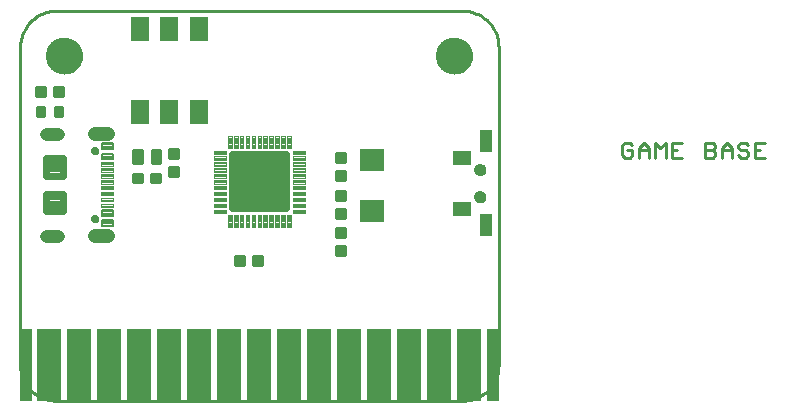
<source format=gts>
G75*
G70*
%OFA0B0*%
%FSLAX24Y24*%
%IPPOS*%
%LPD*%
%AMOC8*
5,1,8,0,0,1.08239X$1,22.5*
%
%ADD10C,0.0090*%
%ADD11C,0.0098*%
%ADD12R,0.0840X0.0740*%
%ADD13C,0.0204*%
%ADD14C,0.0040*%
%ADD15C,0.0100*%
%ADD16R,0.0827X0.2402*%
%ADD17R,0.0434X0.2402*%
%ADD18C,0.0000*%
%ADD19C,0.1221*%
%ADD20R,0.0640X0.0490*%
%ADD21R,0.0440X0.0740*%
%ADD22C,0.0414*%
%ADD23C,0.0085*%
%ADD24C,0.0083*%
%ADD25C,0.0047*%
%ADD26C,0.0276*%
%ADD27C,0.0434*%
%ADD28C,0.0473*%
%ADD29C,0.0248*%
%ADD30C,0.0091*%
%ADD31R,0.0631X0.0827*%
D10*
X024625Y008340D02*
X024710Y008255D01*
X024880Y008255D01*
X024965Y008340D01*
X024965Y008510D01*
X024795Y008510D01*
X024625Y008680D02*
X024625Y008340D01*
X024625Y008680D02*
X024710Y008765D01*
X024880Y008765D01*
X024965Y008680D01*
X025177Y008595D02*
X025177Y008255D01*
X025177Y008510D02*
X025518Y008510D01*
X025518Y008595D02*
X025518Y008255D01*
X025730Y008255D02*
X025730Y008765D01*
X025900Y008595D01*
X026070Y008765D01*
X026070Y008255D01*
X026282Y008255D02*
X026623Y008255D01*
X026453Y008510D02*
X026282Y008510D01*
X026282Y008765D02*
X026282Y008255D01*
X026282Y008765D02*
X026623Y008765D01*
X027387Y008765D02*
X027387Y008255D01*
X027643Y008255D01*
X027728Y008340D01*
X027728Y008425D01*
X027643Y008510D01*
X027387Y008510D01*
X027387Y008765D02*
X027643Y008765D01*
X027728Y008680D01*
X027728Y008595D01*
X027643Y008510D01*
X027940Y008510D02*
X028280Y008510D01*
X028280Y008595D02*
X028280Y008255D01*
X028492Y008340D02*
X028577Y008255D01*
X028748Y008255D01*
X028833Y008340D01*
X028833Y008425D01*
X028748Y008510D01*
X028577Y008510D01*
X028492Y008595D01*
X028492Y008680D01*
X028577Y008765D01*
X028748Y008765D01*
X028833Y008680D01*
X029045Y008765D02*
X029045Y008255D01*
X029385Y008255D01*
X029215Y008510D02*
X029045Y008510D01*
X029045Y008765D02*
X029385Y008765D01*
X028280Y008595D02*
X028110Y008765D01*
X027940Y008595D01*
X027940Y008255D01*
X025518Y008595D02*
X025348Y008765D01*
X025177Y008595D01*
D11*
X015084Y008406D02*
X015084Y008114D01*
X015084Y008406D02*
X015376Y008406D01*
X015376Y008114D01*
X015084Y008114D01*
X015084Y008211D02*
X015376Y008211D01*
X015376Y008308D02*
X015084Y008308D01*
X015084Y008405D02*
X015376Y008405D01*
X015084Y007806D02*
X015084Y007514D01*
X015084Y007806D02*
X015376Y007806D01*
X015376Y007514D01*
X015084Y007514D01*
X015084Y007611D02*
X015376Y007611D01*
X015376Y007708D02*
X015084Y007708D01*
X015084Y007805D02*
X015376Y007805D01*
X015376Y007156D02*
X015376Y006864D01*
X015084Y006864D01*
X015084Y007156D01*
X015376Y007156D01*
X015376Y006961D02*
X015084Y006961D01*
X015084Y007058D02*
X015376Y007058D01*
X015376Y007155D02*
X015084Y007155D01*
X015376Y006556D02*
X015376Y006264D01*
X015084Y006264D01*
X015084Y006556D01*
X015376Y006556D01*
X015376Y006361D02*
X015084Y006361D01*
X015084Y006458D02*
X015376Y006458D01*
X015376Y006555D02*
X015084Y006555D01*
X015084Y005906D02*
X015084Y005614D01*
X015084Y005906D02*
X015376Y005906D01*
X015376Y005614D01*
X015084Y005614D01*
X015084Y005711D02*
X015376Y005711D01*
X015376Y005808D02*
X015084Y005808D01*
X015084Y005905D02*
X015376Y005905D01*
X015084Y005306D02*
X015084Y005014D01*
X015084Y005306D02*
X015376Y005306D01*
X015376Y005014D01*
X015084Y005014D01*
X015084Y005111D02*
X015376Y005111D01*
X015376Y005208D02*
X015084Y005208D01*
X015084Y005305D02*
X015376Y005305D01*
X012626Y004689D02*
X012334Y004689D01*
X012334Y004981D01*
X012626Y004981D01*
X012626Y004689D01*
X012626Y004786D02*
X012334Y004786D01*
X012334Y004883D02*
X012626Y004883D01*
X012626Y004980D02*
X012334Y004980D01*
X012026Y004689D02*
X011734Y004689D01*
X011734Y004981D01*
X012026Y004981D01*
X012026Y004689D01*
X012026Y004786D02*
X011734Y004786D01*
X011734Y004883D02*
X012026Y004883D01*
X012026Y004980D02*
X011734Y004980D01*
X009226Y007731D02*
X008934Y007731D01*
X009226Y007731D02*
X009226Y007439D01*
X008934Y007439D01*
X008934Y007731D01*
X008934Y007536D02*
X009226Y007536D01*
X009226Y007633D02*
X008934Y007633D01*
X008934Y007730D02*
X009226Y007730D01*
X009826Y007664D02*
X009826Y007956D01*
X009826Y007664D02*
X009534Y007664D01*
X009534Y007956D01*
X009826Y007956D01*
X009826Y007761D02*
X009534Y007761D01*
X009534Y007858D02*
X009826Y007858D01*
X009826Y007955D02*
X009534Y007955D01*
X009826Y008264D02*
X009826Y008556D01*
X009826Y008264D02*
X009534Y008264D01*
X009534Y008556D01*
X009826Y008556D01*
X009826Y008361D02*
X009534Y008361D01*
X009534Y008458D02*
X009826Y008458D01*
X009826Y008555D02*
X009534Y008555D01*
X008626Y007731D02*
X008334Y007731D01*
X008626Y007731D02*
X008626Y007439D01*
X008334Y007439D01*
X008334Y007731D01*
X008334Y007536D02*
X008626Y007536D01*
X008626Y007633D02*
X008334Y007633D01*
X008334Y007730D02*
X008626Y007730D01*
X005976Y010314D02*
X005684Y010314D01*
X005684Y010606D01*
X005976Y010606D01*
X005976Y010314D01*
X005976Y010411D02*
X005684Y010411D01*
X005684Y010508D02*
X005976Y010508D01*
X005976Y010605D02*
X005684Y010605D01*
X005376Y010314D02*
X005084Y010314D01*
X005084Y010606D01*
X005376Y010606D01*
X005376Y010314D01*
X005376Y010411D02*
X005084Y010411D01*
X005084Y010508D02*
X005376Y010508D01*
X005376Y010605D02*
X005084Y010605D01*
D12*
X016280Y008185D03*
X016280Y006485D03*
D13*
X013448Y006542D02*
X013448Y008378D01*
X013448Y006542D02*
X011612Y006542D01*
X011612Y008378D01*
X013448Y008378D01*
X013448Y006745D02*
X011612Y006745D01*
X011612Y006948D02*
X013448Y006948D01*
X013448Y007151D02*
X011612Y007151D01*
X011612Y007354D02*
X013448Y007354D01*
X013448Y007557D02*
X011612Y007557D01*
X011612Y007760D02*
X013448Y007760D01*
X013448Y007963D02*
X011612Y007963D01*
X011612Y008166D02*
X013448Y008166D01*
X013448Y008369D02*
X011612Y008369D01*
D14*
X011408Y008503D02*
X011014Y008503D01*
X011408Y008503D02*
X011408Y008385D01*
X011014Y008385D01*
X011014Y008503D01*
X011014Y008424D02*
X011408Y008424D01*
X011408Y008463D02*
X011014Y008463D01*
X011014Y008502D02*
X011408Y008502D01*
X011605Y008582D02*
X011605Y008976D01*
X011605Y008582D02*
X011487Y008582D01*
X011487Y008976D01*
X011605Y008976D01*
X011605Y008621D02*
X011487Y008621D01*
X011487Y008660D02*
X011605Y008660D01*
X011605Y008699D02*
X011487Y008699D01*
X011487Y008738D02*
X011605Y008738D01*
X011605Y008777D02*
X011487Y008777D01*
X011487Y008816D02*
X011605Y008816D01*
X011605Y008855D02*
X011487Y008855D01*
X011487Y008894D02*
X011605Y008894D01*
X011605Y008933D02*
X011487Y008933D01*
X011487Y008972D02*
X011605Y008972D01*
X011802Y008976D02*
X011802Y008582D01*
X011684Y008582D01*
X011684Y008976D01*
X011802Y008976D01*
X011802Y008621D02*
X011684Y008621D01*
X011684Y008660D02*
X011802Y008660D01*
X011802Y008699D02*
X011684Y008699D01*
X011684Y008738D02*
X011802Y008738D01*
X011802Y008777D02*
X011684Y008777D01*
X011684Y008816D02*
X011802Y008816D01*
X011802Y008855D02*
X011684Y008855D01*
X011684Y008894D02*
X011802Y008894D01*
X011802Y008933D02*
X011684Y008933D01*
X011684Y008972D02*
X011802Y008972D01*
X011998Y008976D02*
X011998Y008582D01*
X011880Y008582D01*
X011880Y008976D01*
X011998Y008976D01*
X011998Y008621D02*
X011880Y008621D01*
X011880Y008660D02*
X011998Y008660D01*
X011998Y008699D02*
X011880Y008699D01*
X011880Y008738D02*
X011998Y008738D01*
X011998Y008777D02*
X011880Y008777D01*
X011880Y008816D02*
X011998Y008816D01*
X011998Y008855D02*
X011880Y008855D01*
X011880Y008894D02*
X011998Y008894D01*
X011998Y008933D02*
X011880Y008933D01*
X011880Y008972D02*
X011998Y008972D01*
X012195Y008976D02*
X012195Y008582D01*
X012077Y008582D01*
X012077Y008976D01*
X012195Y008976D01*
X012195Y008621D02*
X012077Y008621D01*
X012077Y008660D02*
X012195Y008660D01*
X012195Y008699D02*
X012077Y008699D01*
X012077Y008738D02*
X012195Y008738D01*
X012195Y008777D02*
X012077Y008777D01*
X012077Y008816D02*
X012195Y008816D01*
X012195Y008855D02*
X012077Y008855D01*
X012077Y008894D02*
X012195Y008894D01*
X012195Y008933D02*
X012077Y008933D01*
X012077Y008972D02*
X012195Y008972D01*
X012392Y008976D02*
X012392Y008582D01*
X012274Y008582D01*
X012274Y008976D01*
X012392Y008976D01*
X012392Y008621D02*
X012274Y008621D01*
X012274Y008660D02*
X012392Y008660D01*
X012392Y008699D02*
X012274Y008699D01*
X012274Y008738D02*
X012392Y008738D01*
X012392Y008777D02*
X012274Y008777D01*
X012274Y008816D02*
X012392Y008816D01*
X012392Y008855D02*
X012274Y008855D01*
X012274Y008894D02*
X012392Y008894D01*
X012392Y008933D02*
X012274Y008933D01*
X012274Y008972D02*
X012392Y008972D01*
X012589Y008976D02*
X012589Y008582D01*
X012471Y008582D01*
X012471Y008976D01*
X012589Y008976D01*
X012589Y008621D02*
X012471Y008621D01*
X012471Y008660D02*
X012589Y008660D01*
X012589Y008699D02*
X012471Y008699D01*
X012471Y008738D02*
X012589Y008738D01*
X012589Y008777D02*
X012471Y008777D01*
X012471Y008816D02*
X012589Y008816D01*
X012589Y008855D02*
X012471Y008855D01*
X012471Y008894D02*
X012589Y008894D01*
X012589Y008933D02*
X012471Y008933D01*
X012471Y008972D02*
X012589Y008972D01*
X012786Y008976D02*
X012786Y008582D01*
X012668Y008582D01*
X012668Y008976D01*
X012786Y008976D01*
X012786Y008621D02*
X012668Y008621D01*
X012668Y008660D02*
X012786Y008660D01*
X012786Y008699D02*
X012668Y008699D01*
X012668Y008738D02*
X012786Y008738D01*
X012786Y008777D02*
X012668Y008777D01*
X012668Y008816D02*
X012786Y008816D01*
X012786Y008855D02*
X012668Y008855D01*
X012668Y008894D02*
X012786Y008894D01*
X012786Y008933D02*
X012668Y008933D01*
X012668Y008972D02*
X012786Y008972D01*
X012983Y008976D02*
X012983Y008582D01*
X012865Y008582D01*
X012865Y008976D01*
X012983Y008976D01*
X012983Y008621D02*
X012865Y008621D01*
X012865Y008660D02*
X012983Y008660D01*
X012983Y008699D02*
X012865Y008699D01*
X012865Y008738D02*
X012983Y008738D01*
X012983Y008777D02*
X012865Y008777D01*
X012865Y008816D02*
X012983Y008816D01*
X012983Y008855D02*
X012865Y008855D01*
X012865Y008894D02*
X012983Y008894D01*
X012983Y008933D02*
X012865Y008933D01*
X012865Y008972D02*
X012983Y008972D01*
X013180Y008976D02*
X013180Y008582D01*
X013062Y008582D01*
X013062Y008976D01*
X013180Y008976D01*
X013180Y008621D02*
X013062Y008621D01*
X013062Y008660D02*
X013180Y008660D01*
X013180Y008699D02*
X013062Y008699D01*
X013062Y008738D02*
X013180Y008738D01*
X013180Y008777D02*
X013062Y008777D01*
X013062Y008816D02*
X013180Y008816D01*
X013180Y008855D02*
X013062Y008855D01*
X013062Y008894D02*
X013180Y008894D01*
X013180Y008933D02*
X013062Y008933D01*
X013062Y008972D02*
X013180Y008972D01*
X013376Y008976D02*
X013376Y008582D01*
X013258Y008582D01*
X013258Y008976D01*
X013376Y008976D01*
X013376Y008621D02*
X013258Y008621D01*
X013258Y008660D02*
X013376Y008660D01*
X013376Y008699D02*
X013258Y008699D01*
X013258Y008738D02*
X013376Y008738D01*
X013376Y008777D02*
X013258Y008777D01*
X013258Y008816D02*
X013376Y008816D01*
X013376Y008855D02*
X013258Y008855D01*
X013258Y008894D02*
X013376Y008894D01*
X013376Y008933D02*
X013258Y008933D01*
X013258Y008972D02*
X013376Y008972D01*
X013573Y008976D02*
X013573Y008582D01*
X013455Y008582D01*
X013455Y008976D01*
X013573Y008976D01*
X013573Y008621D02*
X013455Y008621D01*
X013455Y008660D02*
X013573Y008660D01*
X013573Y008699D02*
X013455Y008699D01*
X013455Y008738D02*
X013573Y008738D01*
X013573Y008777D02*
X013455Y008777D01*
X013455Y008816D02*
X013573Y008816D01*
X013573Y008855D02*
X013455Y008855D01*
X013455Y008894D02*
X013573Y008894D01*
X013573Y008933D02*
X013455Y008933D01*
X013455Y008972D02*
X013573Y008972D01*
X013652Y008385D02*
X014046Y008385D01*
X013652Y008385D02*
X013652Y008503D01*
X014046Y008503D01*
X014046Y008385D01*
X014046Y008424D02*
X013652Y008424D01*
X013652Y008463D02*
X014046Y008463D01*
X014046Y008502D02*
X013652Y008502D01*
X013652Y008188D02*
X014046Y008188D01*
X013652Y008188D02*
X013652Y008306D01*
X014046Y008306D01*
X014046Y008188D01*
X014046Y008227D02*
X013652Y008227D01*
X013652Y008266D02*
X014046Y008266D01*
X014046Y008305D02*
X013652Y008305D01*
X013652Y007992D02*
X014046Y007992D01*
X013652Y007992D02*
X013652Y008110D01*
X014046Y008110D01*
X014046Y007992D01*
X014046Y008031D02*
X013652Y008031D01*
X013652Y008070D02*
X014046Y008070D01*
X014046Y008109D02*
X013652Y008109D01*
X013652Y007795D02*
X014046Y007795D01*
X013652Y007795D02*
X013652Y007913D01*
X014046Y007913D01*
X014046Y007795D01*
X014046Y007834D02*
X013652Y007834D01*
X013652Y007873D02*
X014046Y007873D01*
X014046Y007912D02*
X013652Y007912D01*
X013652Y007598D02*
X014046Y007598D01*
X013652Y007598D02*
X013652Y007716D01*
X014046Y007716D01*
X014046Y007598D01*
X014046Y007637D02*
X013652Y007637D01*
X013652Y007676D02*
X014046Y007676D01*
X014046Y007715D02*
X013652Y007715D01*
X013652Y007401D02*
X014046Y007401D01*
X013652Y007401D02*
X013652Y007519D01*
X014046Y007519D01*
X014046Y007401D01*
X014046Y007440D02*
X013652Y007440D01*
X013652Y007479D02*
X014046Y007479D01*
X014046Y007518D02*
X013652Y007518D01*
X013652Y007204D02*
X014046Y007204D01*
X013652Y007204D02*
X013652Y007322D01*
X014046Y007322D01*
X014046Y007204D01*
X014046Y007243D02*
X013652Y007243D01*
X013652Y007282D02*
X014046Y007282D01*
X014046Y007321D02*
X013652Y007321D01*
X013652Y007007D02*
X014046Y007007D01*
X013652Y007007D02*
X013652Y007125D01*
X014046Y007125D01*
X014046Y007007D01*
X014046Y007046D02*
X013652Y007046D01*
X013652Y007085D02*
X014046Y007085D01*
X014046Y007124D02*
X013652Y007124D01*
X013652Y006810D02*
X014046Y006810D01*
X013652Y006810D02*
X013652Y006928D01*
X014046Y006928D01*
X014046Y006810D01*
X014046Y006849D02*
X013652Y006849D01*
X013652Y006888D02*
X014046Y006888D01*
X014046Y006927D02*
X013652Y006927D01*
X013652Y006614D02*
X014046Y006614D01*
X013652Y006614D02*
X013652Y006732D01*
X014046Y006732D01*
X014046Y006614D01*
X014046Y006653D02*
X013652Y006653D01*
X013652Y006692D02*
X014046Y006692D01*
X014046Y006731D02*
X013652Y006731D01*
X013652Y006417D02*
X014046Y006417D01*
X013652Y006417D02*
X013652Y006535D01*
X014046Y006535D01*
X014046Y006417D01*
X014046Y006456D02*
X013652Y006456D01*
X013652Y006495D02*
X014046Y006495D01*
X014046Y006534D02*
X013652Y006534D01*
X013455Y006338D02*
X013455Y005944D01*
X013455Y006338D02*
X013573Y006338D01*
X013573Y005944D01*
X013455Y005944D01*
X013455Y005983D02*
X013573Y005983D01*
X013573Y006022D02*
X013455Y006022D01*
X013455Y006061D02*
X013573Y006061D01*
X013573Y006100D02*
X013455Y006100D01*
X013455Y006139D02*
X013573Y006139D01*
X013573Y006178D02*
X013455Y006178D01*
X013455Y006217D02*
X013573Y006217D01*
X013573Y006256D02*
X013455Y006256D01*
X013455Y006295D02*
X013573Y006295D01*
X013573Y006334D02*
X013455Y006334D01*
X013258Y006338D02*
X013258Y005944D01*
X013258Y006338D02*
X013376Y006338D01*
X013376Y005944D01*
X013258Y005944D01*
X013258Y005983D02*
X013376Y005983D01*
X013376Y006022D02*
X013258Y006022D01*
X013258Y006061D02*
X013376Y006061D01*
X013376Y006100D02*
X013258Y006100D01*
X013258Y006139D02*
X013376Y006139D01*
X013376Y006178D02*
X013258Y006178D01*
X013258Y006217D02*
X013376Y006217D01*
X013376Y006256D02*
X013258Y006256D01*
X013258Y006295D02*
X013376Y006295D01*
X013376Y006334D02*
X013258Y006334D01*
X013062Y006338D02*
X013062Y005944D01*
X013062Y006338D02*
X013180Y006338D01*
X013180Y005944D01*
X013062Y005944D01*
X013062Y005983D02*
X013180Y005983D01*
X013180Y006022D02*
X013062Y006022D01*
X013062Y006061D02*
X013180Y006061D01*
X013180Y006100D02*
X013062Y006100D01*
X013062Y006139D02*
X013180Y006139D01*
X013180Y006178D02*
X013062Y006178D01*
X013062Y006217D02*
X013180Y006217D01*
X013180Y006256D02*
X013062Y006256D01*
X013062Y006295D02*
X013180Y006295D01*
X013180Y006334D02*
X013062Y006334D01*
X012865Y006338D02*
X012865Y005944D01*
X012865Y006338D02*
X012983Y006338D01*
X012983Y005944D01*
X012865Y005944D01*
X012865Y005983D02*
X012983Y005983D01*
X012983Y006022D02*
X012865Y006022D01*
X012865Y006061D02*
X012983Y006061D01*
X012983Y006100D02*
X012865Y006100D01*
X012865Y006139D02*
X012983Y006139D01*
X012983Y006178D02*
X012865Y006178D01*
X012865Y006217D02*
X012983Y006217D01*
X012983Y006256D02*
X012865Y006256D01*
X012865Y006295D02*
X012983Y006295D01*
X012983Y006334D02*
X012865Y006334D01*
X012668Y006338D02*
X012668Y005944D01*
X012668Y006338D02*
X012786Y006338D01*
X012786Y005944D01*
X012668Y005944D01*
X012668Y005983D02*
X012786Y005983D01*
X012786Y006022D02*
X012668Y006022D01*
X012668Y006061D02*
X012786Y006061D01*
X012786Y006100D02*
X012668Y006100D01*
X012668Y006139D02*
X012786Y006139D01*
X012786Y006178D02*
X012668Y006178D01*
X012668Y006217D02*
X012786Y006217D01*
X012786Y006256D02*
X012668Y006256D01*
X012668Y006295D02*
X012786Y006295D01*
X012786Y006334D02*
X012668Y006334D01*
X012471Y006338D02*
X012471Y005944D01*
X012471Y006338D02*
X012589Y006338D01*
X012589Y005944D01*
X012471Y005944D01*
X012471Y005983D02*
X012589Y005983D01*
X012589Y006022D02*
X012471Y006022D01*
X012471Y006061D02*
X012589Y006061D01*
X012589Y006100D02*
X012471Y006100D01*
X012471Y006139D02*
X012589Y006139D01*
X012589Y006178D02*
X012471Y006178D01*
X012471Y006217D02*
X012589Y006217D01*
X012589Y006256D02*
X012471Y006256D01*
X012471Y006295D02*
X012589Y006295D01*
X012589Y006334D02*
X012471Y006334D01*
X012274Y006338D02*
X012274Y005944D01*
X012274Y006338D02*
X012392Y006338D01*
X012392Y005944D01*
X012274Y005944D01*
X012274Y005983D02*
X012392Y005983D01*
X012392Y006022D02*
X012274Y006022D01*
X012274Y006061D02*
X012392Y006061D01*
X012392Y006100D02*
X012274Y006100D01*
X012274Y006139D02*
X012392Y006139D01*
X012392Y006178D02*
X012274Y006178D01*
X012274Y006217D02*
X012392Y006217D01*
X012392Y006256D02*
X012274Y006256D01*
X012274Y006295D02*
X012392Y006295D01*
X012392Y006334D02*
X012274Y006334D01*
X012077Y006338D02*
X012077Y005944D01*
X012077Y006338D02*
X012195Y006338D01*
X012195Y005944D01*
X012077Y005944D01*
X012077Y005983D02*
X012195Y005983D01*
X012195Y006022D02*
X012077Y006022D01*
X012077Y006061D02*
X012195Y006061D01*
X012195Y006100D02*
X012077Y006100D01*
X012077Y006139D02*
X012195Y006139D01*
X012195Y006178D02*
X012077Y006178D01*
X012077Y006217D02*
X012195Y006217D01*
X012195Y006256D02*
X012077Y006256D01*
X012077Y006295D02*
X012195Y006295D01*
X012195Y006334D02*
X012077Y006334D01*
X011880Y006338D02*
X011880Y005944D01*
X011880Y006338D02*
X011998Y006338D01*
X011998Y005944D01*
X011880Y005944D01*
X011880Y005983D02*
X011998Y005983D01*
X011998Y006022D02*
X011880Y006022D01*
X011880Y006061D02*
X011998Y006061D01*
X011998Y006100D02*
X011880Y006100D01*
X011880Y006139D02*
X011998Y006139D01*
X011998Y006178D02*
X011880Y006178D01*
X011880Y006217D02*
X011998Y006217D01*
X011998Y006256D02*
X011880Y006256D01*
X011880Y006295D02*
X011998Y006295D01*
X011998Y006334D02*
X011880Y006334D01*
X011684Y006338D02*
X011684Y005944D01*
X011684Y006338D02*
X011802Y006338D01*
X011802Y005944D01*
X011684Y005944D01*
X011684Y005983D02*
X011802Y005983D01*
X011802Y006022D02*
X011684Y006022D01*
X011684Y006061D02*
X011802Y006061D01*
X011802Y006100D02*
X011684Y006100D01*
X011684Y006139D02*
X011802Y006139D01*
X011802Y006178D02*
X011684Y006178D01*
X011684Y006217D02*
X011802Y006217D01*
X011802Y006256D02*
X011684Y006256D01*
X011684Y006295D02*
X011802Y006295D01*
X011802Y006334D02*
X011684Y006334D01*
X011487Y006338D02*
X011487Y005944D01*
X011487Y006338D02*
X011605Y006338D01*
X011605Y005944D01*
X011487Y005944D01*
X011487Y005983D02*
X011605Y005983D01*
X011605Y006022D02*
X011487Y006022D01*
X011487Y006061D02*
X011605Y006061D01*
X011605Y006100D02*
X011487Y006100D01*
X011487Y006139D02*
X011605Y006139D01*
X011605Y006178D02*
X011487Y006178D01*
X011487Y006217D02*
X011605Y006217D01*
X011605Y006256D02*
X011487Y006256D01*
X011487Y006295D02*
X011605Y006295D01*
X011605Y006334D02*
X011487Y006334D01*
X011408Y006535D02*
X011014Y006535D01*
X011408Y006535D02*
X011408Y006417D01*
X011014Y006417D01*
X011014Y006535D01*
X011014Y006456D02*
X011408Y006456D01*
X011408Y006495D02*
X011014Y006495D01*
X011014Y006534D02*
X011408Y006534D01*
X011408Y006732D02*
X011014Y006732D01*
X011408Y006732D02*
X011408Y006614D01*
X011014Y006614D01*
X011014Y006732D01*
X011014Y006653D02*
X011408Y006653D01*
X011408Y006692D02*
X011014Y006692D01*
X011014Y006731D02*
X011408Y006731D01*
X011408Y006928D02*
X011014Y006928D01*
X011408Y006928D02*
X011408Y006810D01*
X011014Y006810D01*
X011014Y006928D01*
X011014Y006849D02*
X011408Y006849D01*
X011408Y006888D02*
X011014Y006888D01*
X011014Y006927D02*
X011408Y006927D01*
X011408Y007125D02*
X011014Y007125D01*
X011408Y007125D02*
X011408Y007007D01*
X011014Y007007D01*
X011014Y007125D01*
X011014Y007046D02*
X011408Y007046D01*
X011408Y007085D02*
X011014Y007085D01*
X011014Y007124D02*
X011408Y007124D01*
X011408Y007322D02*
X011014Y007322D01*
X011408Y007322D02*
X011408Y007204D01*
X011014Y007204D01*
X011014Y007322D01*
X011014Y007243D02*
X011408Y007243D01*
X011408Y007282D02*
X011014Y007282D01*
X011014Y007321D02*
X011408Y007321D01*
X011408Y007519D02*
X011014Y007519D01*
X011408Y007519D02*
X011408Y007401D01*
X011014Y007401D01*
X011014Y007519D01*
X011014Y007440D02*
X011408Y007440D01*
X011408Y007479D02*
X011014Y007479D01*
X011014Y007518D02*
X011408Y007518D01*
X011408Y007716D02*
X011014Y007716D01*
X011408Y007716D02*
X011408Y007598D01*
X011014Y007598D01*
X011014Y007716D01*
X011014Y007637D02*
X011408Y007637D01*
X011408Y007676D02*
X011014Y007676D01*
X011014Y007715D02*
X011408Y007715D01*
X011408Y007913D02*
X011014Y007913D01*
X011408Y007913D02*
X011408Y007795D01*
X011014Y007795D01*
X011014Y007913D01*
X011014Y007834D02*
X011408Y007834D01*
X011408Y007873D02*
X011014Y007873D01*
X011014Y007912D02*
X011408Y007912D01*
X011408Y008110D02*
X011014Y008110D01*
X011408Y008110D02*
X011408Y007992D01*
X011014Y007992D01*
X011014Y008110D01*
X011014Y008031D02*
X011408Y008031D01*
X011408Y008070D02*
X011014Y008070D01*
X011014Y008109D02*
X011408Y008109D01*
X011408Y008306D02*
X011014Y008306D01*
X011408Y008306D02*
X011408Y008188D01*
X011014Y008188D01*
X011014Y008306D01*
X011014Y008227D02*
X011408Y008227D01*
X011408Y008266D02*
X011014Y008266D01*
X011014Y008305D02*
X011408Y008305D01*
D15*
X004558Y011956D02*
X004558Y001364D01*
X004560Y001297D01*
X004566Y001230D01*
X004575Y001163D01*
X004588Y001097D01*
X004605Y001032D01*
X004625Y000968D01*
X004649Y000905D01*
X004677Y000843D01*
X004708Y000784D01*
X004742Y000726D01*
X004779Y000670D01*
X004820Y000616D01*
X004863Y000564D01*
X004909Y000515D01*
X004958Y000469D01*
X005010Y000426D01*
X005064Y000385D01*
X005120Y000348D01*
X005178Y000314D01*
X005237Y000283D01*
X005299Y000255D01*
X005362Y000231D01*
X005426Y000211D01*
X005491Y000194D01*
X005557Y000181D01*
X005624Y000172D01*
X005691Y000166D01*
X005758Y000164D01*
X019302Y000164D01*
X019369Y000166D01*
X019436Y000172D01*
X019503Y000181D01*
X019569Y000194D01*
X019634Y000211D01*
X019698Y000231D01*
X019761Y000255D01*
X019823Y000283D01*
X019882Y000314D01*
X019940Y000348D01*
X019996Y000385D01*
X020050Y000426D01*
X020102Y000469D01*
X020151Y000515D01*
X020197Y000564D01*
X020240Y000616D01*
X020281Y000670D01*
X020318Y000726D01*
X020352Y000784D01*
X020383Y000843D01*
X020411Y000905D01*
X020435Y000968D01*
X020455Y001032D01*
X020472Y001097D01*
X020485Y001163D01*
X020494Y001230D01*
X020500Y001297D01*
X020502Y001364D01*
X020502Y011956D01*
X020500Y012023D01*
X020494Y012090D01*
X020485Y012157D01*
X020472Y012223D01*
X020455Y012288D01*
X020435Y012352D01*
X020411Y012415D01*
X020383Y012477D01*
X020352Y012536D01*
X020318Y012594D01*
X020281Y012650D01*
X020240Y012704D01*
X020197Y012756D01*
X020151Y012805D01*
X020102Y012851D01*
X020050Y012894D01*
X019996Y012935D01*
X019940Y012972D01*
X019882Y013006D01*
X019823Y013037D01*
X019761Y013065D01*
X019698Y013089D01*
X019634Y013109D01*
X019569Y013126D01*
X019503Y013139D01*
X019436Y013148D01*
X019369Y013154D01*
X019302Y013156D01*
X005758Y013156D01*
X005691Y013154D01*
X005624Y013148D01*
X005557Y013139D01*
X005491Y013126D01*
X005426Y013109D01*
X005362Y013089D01*
X005299Y013065D01*
X005237Y013037D01*
X005178Y013006D01*
X005120Y012972D01*
X005064Y012935D01*
X005010Y012894D01*
X004958Y012851D01*
X004909Y012805D01*
X004863Y012756D01*
X004820Y012704D01*
X004779Y012650D01*
X004742Y012594D01*
X004708Y012536D01*
X004677Y012477D01*
X004649Y012415D01*
X004625Y012352D01*
X004605Y012288D01*
X004588Y012223D01*
X004575Y012157D01*
X004566Y012090D01*
X004560Y012023D01*
X004558Y011956D01*
D16*
X005530Y001348D03*
X006530Y001348D03*
X007530Y001348D03*
X008530Y001348D03*
X009530Y001348D03*
X010530Y001348D03*
X011530Y001348D03*
X012530Y001348D03*
X013530Y001348D03*
X014530Y001348D03*
X015530Y001348D03*
X016530Y001348D03*
X017530Y001348D03*
X018530Y001348D03*
X019530Y001348D03*
D17*
X020325Y001348D03*
X004735Y001348D03*
D18*
X006929Y006222D02*
X006931Y006243D01*
X006937Y006263D01*
X006946Y006283D01*
X006958Y006300D01*
X006973Y006314D01*
X006991Y006326D01*
X007011Y006334D01*
X007031Y006339D01*
X007052Y006340D01*
X007073Y006337D01*
X007093Y006331D01*
X007112Y006320D01*
X007129Y006307D01*
X007142Y006291D01*
X007153Y006273D01*
X007161Y006253D01*
X007165Y006233D01*
X007165Y006211D01*
X007161Y006191D01*
X007153Y006171D01*
X007142Y006153D01*
X007129Y006137D01*
X007112Y006124D01*
X007093Y006113D01*
X007073Y006107D01*
X007052Y006104D01*
X007031Y006105D01*
X007011Y006110D01*
X006991Y006118D01*
X006973Y006130D01*
X006958Y006144D01*
X006946Y006161D01*
X006937Y006181D01*
X006931Y006201D01*
X006929Y006222D01*
X006929Y008498D02*
X006931Y008519D01*
X006937Y008539D01*
X006946Y008559D01*
X006958Y008576D01*
X006973Y008590D01*
X006991Y008602D01*
X007011Y008610D01*
X007031Y008615D01*
X007052Y008616D01*
X007073Y008613D01*
X007093Y008607D01*
X007112Y008596D01*
X007129Y008583D01*
X007142Y008567D01*
X007153Y008549D01*
X007161Y008529D01*
X007165Y008509D01*
X007165Y008487D01*
X007161Y008467D01*
X007153Y008447D01*
X007142Y008429D01*
X007129Y008413D01*
X007112Y008400D01*
X007093Y008389D01*
X007073Y008383D01*
X007052Y008380D01*
X007031Y008381D01*
X007011Y008386D01*
X006991Y008394D01*
X006973Y008406D01*
X006958Y008420D01*
X006946Y008437D01*
X006937Y008457D01*
X006931Y008477D01*
X006929Y008498D01*
X005439Y011660D02*
X005441Y011708D01*
X005447Y011756D01*
X005457Y011803D01*
X005470Y011849D01*
X005488Y011894D01*
X005508Y011938D01*
X005533Y011980D01*
X005561Y012019D01*
X005591Y012056D01*
X005625Y012090D01*
X005662Y012122D01*
X005700Y012151D01*
X005741Y012176D01*
X005784Y012198D01*
X005829Y012216D01*
X005875Y012230D01*
X005922Y012241D01*
X005970Y012248D01*
X006018Y012251D01*
X006066Y012250D01*
X006114Y012245D01*
X006162Y012236D01*
X006208Y012224D01*
X006253Y012207D01*
X006297Y012187D01*
X006339Y012164D01*
X006379Y012137D01*
X006417Y012107D01*
X006452Y012074D01*
X006484Y012038D01*
X006514Y012000D01*
X006540Y011959D01*
X006562Y011916D01*
X006582Y011872D01*
X006597Y011827D01*
X006609Y011780D01*
X006617Y011732D01*
X006621Y011684D01*
X006621Y011636D01*
X006617Y011588D01*
X006609Y011540D01*
X006597Y011493D01*
X006582Y011448D01*
X006562Y011404D01*
X006540Y011361D01*
X006514Y011320D01*
X006484Y011282D01*
X006452Y011246D01*
X006417Y011213D01*
X006379Y011183D01*
X006339Y011156D01*
X006297Y011133D01*
X006253Y011113D01*
X006208Y011096D01*
X006162Y011084D01*
X006114Y011075D01*
X006066Y011070D01*
X006018Y011069D01*
X005970Y011072D01*
X005922Y011079D01*
X005875Y011090D01*
X005829Y011104D01*
X005784Y011122D01*
X005741Y011144D01*
X005700Y011169D01*
X005662Y011198D01*
X005625Y011230D01*
X005591Y011264D01*
X005561Y011301D01*
X005533Y011340D01*
X005508Y011382D01*
X005488Y011426D01*
X005470Y011471D01*
X005457Y011517D01*
X005447Y011564D01*
X005441Y011612D01*
X005439Y011660D01*
X018439Y011660D02*
X018441Y011708D01*
X018447Y011756D01*
X018457Y011803D01*
X018470Y011849D01*
X018488Y011894D01*
X018508Y011938D01*
X018533Y011980D01*
X018561Y012019D01*
X018591Y012056D01*
X018625Y012090D01*
X018662Y012122D01*
X018700Y012151D01*
X018741Y012176D01*
X018784Y012198D01*
X018829Y012216D01*
X018875Y012230D01*
X018922Y012241D01*
X018970Y012248D01*
X019018Y012251D01*
X019066Y012250D01*
X019114Y012245D01*
X019162Y012236D01*
X019208Y012224D01*
X019253Y012207D01*
X019297Y012187D01*
X019339Y012164D01*
X019379Y012137D01*
X019417Y012107D01*
X019452Y012074D01*
X019484Y012038D01*
X019514Y012000D01*
X019540Y011959D01*
X019562Y011916D01*
X019582Y011872D01*
X019597Y011827D01*
X019609Y011780D01*
X019617Y011732D01*
X019621Y011684D01*
X019621Y011636D01*
X019617Y011588D01*
X019609Y011540D01*
X019597Y011493D01*
X019582Y011448D01*
X019562Y011404D01*
X019540Y011361D01*
X019514Y011320D01*
X019484Y011282D01*
X019452Y011246D01*
X019417Y011213D01*
X019379Y011183D01*
X019339Y011156D01*
X019297Y011133D01*
X019253Y011113D01*
X019208Y011096D01*
X019162Y011084D01*
X019114Y011075D01*
X019066Y011070D01*
X019018Y011069D01*
X018970Y011072D01*
X018922Y011079D01*
X018875Y011090D01*
X018829Y011104D01*
X018784Y011122D01*
X018741Y011144D01*
X018700Y011169D01*
X018662Y011198D01*
X018625Y011230D01*
X018591Y011264D01*
X018561Y011301D01*
X018533Y011340D01*
X018508Y011382D01*
X018488Y011426D01*
X018470Y011471D01*
X018457Y011517D01*
X018447Y011564D01*
X018441Y011612D01*
X018439Y011660D01*
X019693Y007863D02*
X019695Y007890D01*
X019701Y007916D01*
X019710Y007941D01*
X019723Y007964D01*
X019739Y007985D01*
X019758Y008004D01*
X019779Y008020D01*
X019802Y008033D01*
X019827Y008042D01*
X019853Y008048D01*
X019880Y008050D01*
X019907Y008048D01*
X019933Y008042D01*
X019958Y008033D01*
X019981Y008020D01*
X020002Y008004D01*
X020021Y007985D01*
X020037Y007964D01*
X020050Y007941D01*
X020059Y007916D01*
X020065Y007890D01*
X020067Y007863D01*
X020065Y007836D01*
X020059Y007810D01*
X020050Y007785D01*
X020037Y007762D01*
X020021Y007741D01*
X020002Y007722D01*
X019981Y007706D01*
X019958Y007693D01*
X019933Y007684D01*
X019907Y007678D01*
X019880Y007676D01*
X019853Y007678D01*
X019827Y007684D01*
X019802Y007693D01*
X019779Y007706D01*
X019758Y007722D01*
X019739Y007741D01*
X019723Y007762D01*
X019710Y007785D01*
X019701Y007810D01*
X019695Y007836D01*
X019693Y007863D01*
X019693Y006957D02*
X019695Y006984D01*
X019701Y007010D01*
X019710Y007035D01*
X019723Y007058D01*
X019739Y007079D01*
X019758Y007098D01*
X019779Y007114D01*
X019802Y007127D01*
X019827Y007136D01*
X019853Y007142D01*
X019880Y007144D01*
X019907Y007142D01*
X019933Y007136D01*
X019958Y007127D01*
X019981Y007114D01*
X020002Y007098D01*
X020021Y007079D01*
X020037Y007058D01*
X020050Y007035D01*
X020059Y007010D01*
X020065Y006984D01*
X020067Y006957D01*
X020065Y006930D01*
X020059Y006904D01*
X020050Y006879D01*
X020037Y006856D01*
X020021Y006835D01*
X020002Y006816D01*
X019981Y006800D01*
X019958Y006787D01*
X019933Y006778D01*
X019907Y006772D01*
X019880Y006770D01*
X019853Y006772D01*
X019827Y006778D01*
X019802Y006787D01*
X019779Y006800D01*
X019758Y006816D01*
X019739Y006835D01*
X019723Y006856D01*
X019710Y006879D01*
X019701Y006904D01*
X019695Y006930D01*
X019693Y006957D01*
D19*
X019030Y011660D03*
X006030Y011660D03*
D20*
X019280Y008260D03*
X019280Y006560D03*
D21*
X020080Y006010D03*
X020080Y008810D03*
D22*
X019880Y007863D03*
X019880Y006957D03*
D23*
X005958Y009657D02*
X005702Y009657D01*
X005702Y009963D01*
X005958Y009963D01*
X005958Y009657D01*
X005958Y009741D02*
X005702Y009741D01*
X005702Y009825D02*
X005958Y009825D01*
X005958Y009909D02*
X005702Y009909D01*
X005358Y009657D02*
X005102Y009657D01*
X005102Y009963D01*
X005358Y009963D01*
X005358Y009657D01*
X005358Y009741D02*
X005102Y009741D01*
X005102Y009825D02*
X005358Y009825D01*
X005358Y009909D02*
X005102Y009909D01*
D24*
X007284Y008543D02*
X007636Y008543D01*
X007284Y008543D02*
X007284Y008737D01*
X007636Y008737D01*
X007636Y008543D01*
X007636Y008625D02*
X007284Y008625D01*
X007284Y008707D02*
X007636Y008707D01*
X007636Y008208D02*
X007284Y008208D01*
X007284Y008402D01*
X007636Y008402D01*
X007636Y008208D01*
X007636Y008290D02*
X007284Y008290D01*
X007284Y008372D02*
X007636Y008372D01*
X007636Y006318D02*
X007284Y006318D01*
X007284Y006512D01*
X007636Y006512D01*
X007636Y006318D01*
X007636Y006400D02*
X007284Y006400D01*
X007284Y006482D02*
X007636Y006482D01*
X007636Y006003D02*
X007284Y006003D01*
X007284Y006197D01*
X007636Y006197D01*
X007636Y006003D01*
X007636Y006085D02*
X007284Y006085D01*
X007284Y006167D02*
X007636Y006167D01*
D25*
X007654Y006615D02*
X007266Y006615D01*
X007266Y006727D01*
X007654Y006727D01*
X007654Y006615D01*
X007654Y006661D02*
X007266Y006661D01*
X007266Y006707D02*
X007654Y006707D01*
X007654Y006812D02*
X007266Y006812D01*
X007266Y006924D01*
X007654Y006924D01*
X007654Y006812D01*
X007654Y006858D02*
X007266Y006858D01*
X007266Y006904D02*
X007654Y006904D01*
X007654Y007009D02*
X007266Y007009D01*
X007266Y007121D01*
X007654Y007121D01*
X007654Y007009D01*
X007654Y007055D02*
X007266Y007055D01*
X007266Y007101D02*
X007654Y007101D01*
X007654Y007206D02*
X007266Y007206D01*
X007266Y007318D01*
X007654Y007318D01*
X007654Y007206D01*
X007654Y007252D02*
X007266Y007252D01*
X007266Y007298D02*
X007654Y007298D01*
X007654Y007402D02*
X007266Y007402D01*
X007266Y007514D01*
X007654Y007514D01*
X007654Y007402D01*
X007654Y007448D02*
X007266Y007448D01*
X007266Y007494D02*
X007654Y007494D01*
X007654Y007599D02*
X007266Y007599D01*
X007266Y007711D01*
X007654Y007711D01*
X007654Y007599D01*
X007654Y007645D02*
X007266Y007645D01*
X007266Y007691D02*
X007654Y007691D01*
X007654Y007796D02*
X007266Y007796D01*
X007266Y007908D01*
X007654Y007908D01*
X007654Y007796D01*
X007654Y007842D02*
X007266Y007842D01*
X007266Y007888D02*
X007654Y007888D01*
X007654Y007993D02*
X007266Y007993D01*
X007266Y008105D01*
X007654Y008105D01*
X007654Y007993D01*
X007654Y008039D02*
X007266Y008039D01*
X007266Y008085D02*
X007654Y008085D01*
D26*
X007047Y008498D03*
X007047Y006222D03*
D27*
X005807Y005667D02*
X005413Y005667D01*
X005413Y009053D02*
X005807Y009053D01*
D28*
X007047Y009053D02*
X007480Y009053D01*
X007480Y005667D02*
X007047Y005667D01*
D29*
X005997Y006480D02*
X005419Y006480D01*
X005419Y007058D01*
X005997Y007058D01*
X005997Y006480D01*
X005997Y006727D02*
X005419Y006727D01*
X005419Y006974D02*
X005997Y006974D01*
X005997Y007662D02*
X005419Y007662D01*
X005419Y008240D01*
X005997Y008240D01*
X005997Y007662D01*
X005997Y007909D02*
X005419Y007909D01*
X005419Y008156D02*
X005997Y008156D01*
D30*
X008333Y008535D02*
X008605Y008535D01*
X008605Y008085D01*
X008333Y008085D01*
X008333Y008535D01*
X008333Y008175D02*
X008605Y008175D01*
X008605Y008265D02*
X008333Y008265D01*
X008333Y008355D02*
X008605Y008355D01*
X008605Y008445D02*
X008333Y008445D01*
X008333Y008535D02*
X008605Y008535D01*
X008955Y008535D02*
X009227Y008535D01*
X009227Y008085D01*
X008955Y008085D01*
X008955Y008535D01*
X008955Y008175D02*
X009227Y008175D01*
X009227Y008265D02*
X008955Y008265D01*
X008955Y008355D02*
X009227Y008355D01*
X009227Y008445D02*
X008955Y008445D01*
X008955Y008535D02*
X009227Y008535D01*
D31*
X009530Y009782D03*
X008546Y009782D03*
X010514Y009782D03*
X010514Y012538D03*
X009530Y012538D03*
X008546Y012538D03*
M02*

</source>
